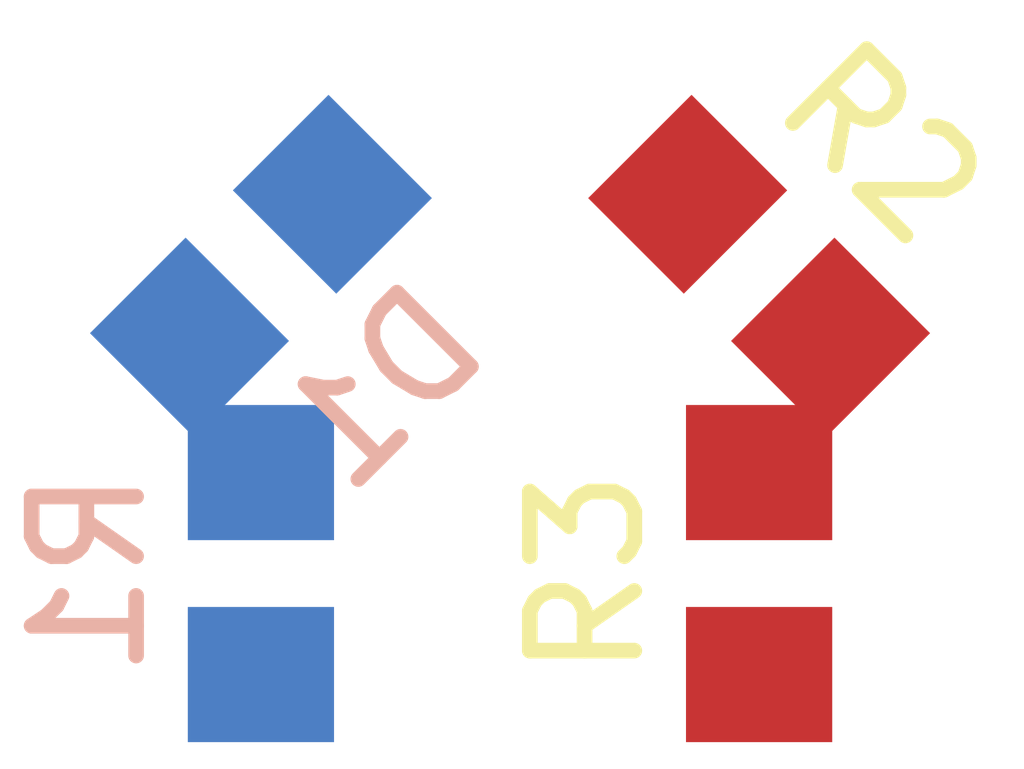
<source format=kicad_pcb>
(kicad_pcb (version 20171130) (host pcbnew "(5.1.2)-1")

  (general
    (thickness 1.6)
    (drawings 0)
    (tracks 0)
    (zones 0)
    (modules 4)
    (nets 5)
  )

  (page A4)
  (layers
    (0 F.Cu signal)
    (31 B.Cu signal)
    (32 B.Adhes user)
    (33 F.Adhes user)
    (34 B.Paste user)
    (35 F.Paste user)
    (36 B.SilkS user)
    (37 F.SilkS user)
    (38 B.Mask user)
    (39 F.Mask user)
    (40 Dwgs.User user)
    (41 Cmts.User user)
    (42 Eco1.User user)
    (43 Eco2.User user)
    (44 Edge.Cuts user)
    (45 Margin user)
    (46 B.CrtYd user)
    (47 F.CrtYd user)
    (48 B.Fab user)
    (49 F.Fab user)
  )

  (setup
    (last_trace_width 0.25)
    (user_trace_width 1)
    (user_trace_width 0.65)
    (trace_clearance 0.2)
    (zone_clearance 0.508)
    (zone_45_only no)
    (trace_min 0.2)
    (via_size 0.8)
    (via_drill 0.4)
    (via_min_size 0.4)
    (via_min_drill 0.3)
    (uvia_size 0.3)
    (uvia_drill 0.1)
    (uvias_allowed no)
    (uvia_min_size 0.2)
    (uvia_min_drill 0.1)
    (edge_width 0.05)
    (segment_width 0.2)
    (pcb_text_width 0.3)
    (pcb_text_size 1.5 1.5)
    (mod_edge_width 0.12)
    (mod_text_size 1 1)
    (mod_text_width 0.15)
    (pad_size 1.524 1.524)
    (pad_drill 0.762)
    (pad_to_mask_clearance 0.051)
    (solder_mask_min_width 0.25)
    (aux_axis_origin 0 0)
    (visible_elements 7FFFFFFF)
    (pcbplotparams
      (layerselection 0x010fc_ffffffff)
      (usegerberextensions false)
      (usegerberattributes false)
      (usegerberadvancedattributes false)
      (creategerberjobfile false)
      (excludeedgelayer true)
      (linewidth 0.100000)
      (plotframeref false)
      (viasonmask false)
      (mode 1)
      (useauxorigin false)
      (hpglpennumber 1)
      (hpglpenspeed 20)
      (hpglpendiameter 15.000000)
      (psnegative false)
      (psa4output false)
      (plotreference true)
      (plotvalue true)
      (plotinvisibletext false)
      (padsonsilk false)
      (subtractmaskfromsilk false)
      (outputformat 1)
      (mirror false)
      (drillshape 1)
      (scaleselection 1)
      (outputdirectory ""))
  )

  (net 0 "")
  (net 1 "Net-(D1-Pad2)")
  (net 2 "Net-(D1-Pad1)")
  (net 3 "Net-(R1-Pad2)")
  (net 4 "Net-(R2-Pad1)")

  (net_class Default ""
    (clearance 0.2)
    (trace_width 0.25)
    (via_dia 0.8)
    (via_drill 0.4)
    (uvia_dia 0.3)
    (uvia_drill 0.1)
    (add_net "Net-(D1-Pad1)")
    (add_net "Net-(R2-Pad1)")
  )

  (net_class new_new_class ""
    (clearance 0.2)
    (trace_width 0.25)
    (via_dia 0.8)
    (via_drill 0.4)
    (uvia_dia 0.3)
    (uvia_drill 0.1)
    (add_net "Net-(D1-Pad2)")
    (add_net "Net-(R1-Pad2)")
  )

  (module KiCad/kicad-footprints/Resistor_SMD.pretty:R_0805_2012Metric_Pad1.29x1.40mm_HandSolder (layer F.Cu) (tedit 5AC5DB74) (tstamp 5CD08429)
    (at 166.187 102.137 90)
    (descr "Resistor SMD 0805 (2012 Metric), square (rectangular) end terminal, IPC_7351 nominal with elongated pad for handsoldering. (Body size source: http://www.tortai-tech.com/upload/download/2011102023233369053.pdf), generated with kicad-footprint-generator")
    (tags "resistor handsolder")
    (path /5CCEF374)
    (attr smd)
    (fp_text reference R3 (at 0 -1.65 90) (layer F.SilkS)
      (effects (font (size 1 1) (thickness 0.15)))
    )
    (fp_text value R (at 0 1.65 90) (layer F.Fab)
      (effects (font (size 1 1) (thickness 0.15)))
    )
    (fp_text user %R (at 0 0 90) (layer F.Fab)
      (effects (font (size 0.5 0.5) (thickness 0.08)))
    )
    (fp_line (start 1.86 0.95) (end -1.86 0.95) (layer F.CrtYd) (width 0.05))
    (fp_line (start 1.86 -0.95) (end 1.86 0.95) (layer F.CrtYd) (width 0.05))
    (fp_line (start -1.86 -0.95) (end 1.86 -0.95) (layer F.CrtYd) (width 0.05))
    (fp_line (start -1.86 0.95) (end -1.86 -0.95) (layer F.CrtYd) (width 0.05))
    (fp_line (start 1 0.6) (end -1 0.6) (layer F.Fab) (width 0.1))
    (fp_line (start 1 -0.6) (end 1 0.6) (layer F.Fab) (width 0.1))
    (fp_line (start -1 -0.6) (end 1 -0.6) (layer F.Fab) (width 0.1))
    (fp_line (start -1 0.6) (end -1 -0.6) (layer F.Fab) (width 0.1))
    (pad 2 smd rect (at 0.9675 0 90) (size 1.295 1.4) (layers F.Cu F.Paste F.Mask)
      (net 4 "Net-(R2-Pad1)"))
    (pad 1 smd rect (at -0.9675 0 90) (size 1.295 1.4) (layers F.Cu F.Paste F.Mask)
      (net 1 "Net-(D1-Pad2)"))
    (model ${KISYS3DMOD}/Resistor_SMD.3dshapes/R_0805_2012Metric.wrl
      (at (xyz 0 0 0))
      (scale (xyz 1 1 1))
      (rotate (xyz 0 0 0))
    )
  )

  (module KiCad/kicad-footprints/Resistor_SMD.pretty:R_0805_2012Metric_Pad1.29x1.40mm_HandSolder (layer F.Cu) (tedit 5AC5DB74) (tstamp 5CD0841A)
    (at 166.187 99.187 315)
    (descr "Resistor SMD 0805 (2012 Metric), square (rectangular) end terminal, IPC_7351 nominal with elongated pad for handsoldering. (Body size source: http://www.tortai-tech.com/upload/download/2011102023233369053.pdf), generated with kicad-footprint-generator")
    (tags "resistor handsolder")
    (path /5CCF04EB)
    (attr smd)
    (fp_text reference R2 (at 0 -1.65 315) (layer F.SilkS)
      (effects (font (size 1 1) (thickness 0.15)))
    )
    (fp_text value R (at 0 1.65 315) (layer F.Fab)
      (effects (font (size 1 1) (thickness 0.15)))
    )
    (fp_text user %R (at 0 0 315) (layer F.Fab)
      (effects (font (size 0.5 0.5) (thickness 0.08)))
    )
    (fp_line (start 1.86 0.95) (end -1.86 0.95) (layer F.CrtYd) (width 0.05))
    (fp_line (start 1.86 -0.95) (end 1.86 0.95) (layer F.CrtYd) (width 0.05))
    (fp_line (start -1.86 -0.95) (end 1.86 -0.95) (layer F.CrtYd) (width 0.05))
    (fp_line (start -1.86 0.95) (end -1.86 -0.95) (layer F.CrtYd) (width 0.05))
    (fp_line (start 1 0.6) (end -1 0.6) (layer F.Fab) (width 0.1))
    (fp_line (start 1 -0.6) (end 1 0.6) (layer F.Fab) (width 0.1))
    (fp_line (start -1 -0.6) (end 1 -0.6) (layer F.Fab) (width 0.1))
    (fp_line (start -1 0.6) (end -1 -0.6) (layer F.Fab) (width 0.1))
    (pad 2 smd rect (at 0.9675 0 315) (size 1.295 1.4) (layers F.Cu F.Paste F.Mask)
      (net 3 "Net-(R1-Pad2)"))
    (pad 1 smd rect (at -0.9675 0 315) (size 1.295 1.4) (layers F.Cu F.Paste F.Mask)
      (net 4 "Net-(R2-Pad1)"))
    (model ${KISYS3DMOD}/Resistor_SMD.3dshapes/R_0805_2012Metric.wrl
      (at (xyz 0 0 0))
      (scale (xyz 1 1 1))
      (rotate (xyz 0 0 0))
    )
  )

  (module KiCad/kicad-footprints/Resistor_SMD.pretty:R_0805_2012Metric_Pad1.29x1.40mm_HandSolder (layer B.Cu) (tedit 5AC5DB74) (tstamp 5CD0840B)
    (at 161.417 102.137 270)
    (descr "Resistor SMD 0805 (2012 Metric), square (rectangular) end terminal, IPC_7351 nominal with elongated pad for handsoldering. (Body size source: http://www.tortai-tech.com/upload/download/2011102023233369053.pdf), generated with kicad-footprint-generator")
    (tags "resistor handsolder")
    (path /5CCEF9FD)
    (attr smd)
    (fp_text reference R1 (at 0 1.65 270) (layer B.SilkS)
      (effects (font (size 1 1) (thickness 0.15)) (justify mirror))
    )
    (fp_text value R (at 0 -1.65 270) (layer B.Fab)
      (effects (font (size 1 1) (thickness 0.15)) (justify mirror))
    )
    (fp_text user %R (at 0 0 270) (layer B.Fab)
      (effects (font (size 0.5 0.5) (thickness 0.08)) (justify mirror))
    )
    (fp_line (start 1.86 -0.95) (end -1.86 -0.95) (layer B.CrtYd) (width 0.05))
    (fp_line (start 1.86 0.95) (end 1.86 -0.95) (layer B.CrtYd) (width 0.05))
    (fp_line (start -1.86 0.95) (end 1.86 0.95) (layer B.CrtYd) (width 0.05))
    (fp_line (start -1.86 -0.95) (end -1.86 0.95) (layer B.CrtYd) (width 0.05))
    (fp_line (start 1 -0.6) (end -1 -0.6) (layer B.Fab) (width 0.1))
    (fp_line (start 1 0.6) (end 1 -0.6) (layer B.Fab) (width 0.1))
    (fp_line (start -1 0.6) (end 1 0.6) (layer B.Fab) (width 0.1))
    (fp_line (start -1 -0.6) (end -1 0.6) (layer B.Fab) (width 0.1))
    (pad 2 smd rect (at 0.9675 0 270) (size 1.295 1.4) (layers B.Cu B.Paste B.Mask)
      (net 3 "Net-(R1-Pad2)"))
    (pad 1 smd rect (at -0.9675 0 270) (size 1.295 1.4) (layers B.Cu B.Paste B.Mask)
      (net 2 "Net-(D1-Pad1)"))
    (model ${KISYS3DMOD}/Resistor_SMD.3dshapes/R_0805_2012Metric.wrl
      (at (xyz 0 0 0))
      (scale (xyz 1 1 1))
      (rotate (xyz 0 0 0))
    )
  )

  (module KiCad/kicad-footprints/Resistor_SMD.pretty:R_0805_2012Metric_Pad1.29x1.40mm_HandSolder (layer B.Cu) (tedit 5AC5DB74) (tstamp 5CD083FC)
    (at 161.417 99.187 45)
    (descr "Resistor SMD 0805 (2012 Metric), square (rectangular) end terminal, IPC_7351 nominal with elongated pad for handsoldering. (Body size source: http://www.tortai-tech.com/upload/download/2011102023233369053.pdf), generated with kicad-footprint-generator")
    (tags "resistor handsolder")
    (path /5CCEECD1)
    (attr smd)
    (fp_text reference D1 (at 0 1.65 45) (layer B.SilkS)
      (effects (font (size 1 1) (thickness 0.15)) (justify mirror))
    )
    (fp_text value D (at 0 -1.65 45) (layer B.Fab)
      (effects (font (size 1 1) (thickness 0.15)) (justify mirror))
    )
    (fp_text user %R (at 0 0 45) (layer B.Fab)
      (effects (font (size 0.5 0.5) (thickness 0.08)) (justify mirror))
    )
    (fp_line (start 1.86 -0.95) (end -1.86 -0.95) (layer B.CrtYd) (width 0.05))
    (fp_line (start 1.86 0.95) (end 1.86 -0.95) (layer B.CrtYd) (width 0.05))
    (fp_line (start -1.86 0.95) (end 1.86 0.95) (layer B.CrtYd) (width 0.05))
    (fp_line (start -1.86 -0.95) (end -1.86 0.95) (layer B.CrtYd) (width 0.05))
    (fp_line (start 1 -0.6) (end -1 -0.6) (layer B.Fab) (width 0.1))
    (fp_line (start 1 0.6) (end 1 -0.6) (layer B.Fab) (width 0.1))
    (fp_line (start -1 0.6) (end 1 0.6) (layer B.Fab) (width 0.1))
    (fp_line (start -1 -0.6) (end -1 0.6) (layer B.Fab) (width 0.1))
    (pad 2 smd rect (at 0.9675 0 45) (size 1.295 1.4) (layers B.Cu B.Paste B.Mask)
      (net 1 "Net-(D1-Pad2)"))
    (pad 1 smd rect (at -0.9675 0 45) (size 1.295 1.4) (layers B.Cu B.Paste B.Mask)
      (net 2 "Net-(D1-Pad1)"))
    (model ${KISYS3DMOD}/Resistor_SMD.3dshapes/R_0805_2012Metric.wrl
      (at (xyz 0 0 0))
      (scale (xyz 1 1 1))
      (rotate (xyz 0 0 0))
    )
  )

)

</source>
